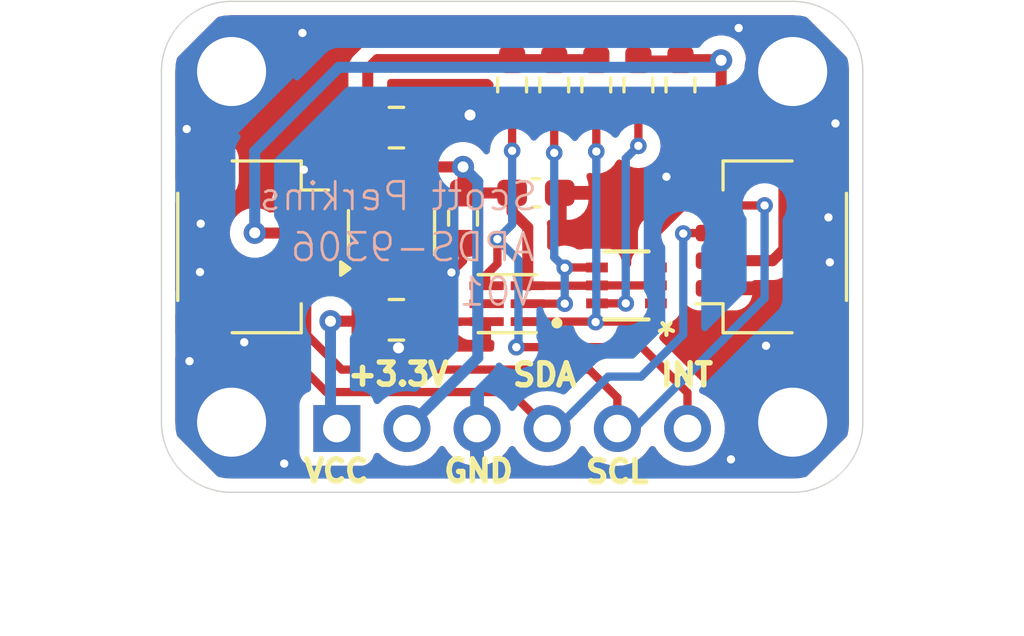
<source format=kicad_pcb>
(kicad_pcb (version 20240108) (generator "pcbnew") (generator_version "8.0")
  (layers (0 "F.Cu" signal) (31 "B.Cu" signal) (34 "B.Paste" user) (35 "F.Paste" user) (36 "B.SilkS" user "B.Silkscreen") (37 "F.SilkS" user "F.Silkscreen") (38 "B.Mask" user) (39 "F.Mask" user) (44 "Edge.Cuts" user))
  (net 0 "")
  (net 1 "VCC")
  (net 2 "GND")
  (net 3 "+3.3V")
  (net 4 "/SDA")
  (net 5 "/SCL_3V")
  (net 6 "/SDA_3V")
  (net 7 "/SCL")
  (net 9 "/INTR")
  (footprint "Capacitor_SMD:C_0603_1608Metric_Pad1.08x0.95mm_HandSolder" (layer "F.Cu") (at 165.9625 83.1342)
    (property "Reference" "C4" (hide yes))
    (property "Value" "1uF")
    (fp_line (start -0.146267 -0.51) (end 0.146267 -0.51) (stroke (width 0.12)) (layer "F.SilkS"))
    (fp_line (start -0.146267 0.51) (end 0.146267 0.51) (stroke (width 0.12)) (layer "F.SilkS"))
    (pad "1" smd roundrect (at -0.8625 0) (size 1.075 0.95) (layers "F.Cu" "F.Paste" "F.Mask") (net 3 "+3.3V"))
    (pad "2" smd roundrect (at 0.8625 0) (size 1.075 0.95) (layers "F.Cu" "F.Paste" "F.Mask") (net 2 "GND"))
  )
  (footprint "Resistor_SMD:R_0603_1608Metric_Pad0.98x0.95mm_HandSolder" (layer "F.Cu") (at 163.322 84.0505 -90)
    (property "Reference" "C3" (hide yes))
    (property "Value" "0.1uF")
    (fp_line (start -0.254724 0.5225) (end 0.254724 0.5225) (stroke (width 0.12)) (layer "F.SilkS"))
    (fp_line (start -0.254724 -0.5225) (end 0.254724 -0.5225) (stroke (width 0.12)) (layer "F.SilkS"))
    (pad "1" smd roundrect (at -0.9125 0 270) (size 0.975 0.95) (layers "F.Cu" "F.Paste" "F.Mask") (net 3 "+3.3V"))
    (pad "2" smd roundrect (at 0.9125 0 270) (size 0.975 0.95) (layers "F.Cu" "F.Paste" "F.Mask") (net 2 "GND"))
  )
  (footprint "perkysoft-commons:SON65P200X200X75-6N" (layer "F.Cu") (at 164.9222 87.1474 180)
    (property "Reference" "U2" (hide yes))
    (property "Value" "APDS-9306-065")
    (fp_line (start -1.05 1.05) (end 1.05 1.05) (stroke (width 0.127)) (layer "F.SilkS"))
    (fp_line (start -1.05 -1.05) (end 1.05 -1.05) (stroke (width 0.127)) (layer "F.SilkS"))
    (fp_circle (center -1.8 -0.7) (end -1.7 -0.7) (stroke (width 0.2)) (fill none) (layer "F.SilkS"))
    (pad "1" smd roundrect (at -0.745 -0.65 180) (size 1.24 0.32) (layers "F.Cu" "F.Paste" "F.Mask") (roundrect_rratio 0.08) (net 5 "/SCL_3V"))
    (pad "2" smd roundrect (at -0.745 0 180) (size 1.24 0.32) (layers "F.Cu" "F.Paste" "F.Mask") (roundrect_rratio 0.08) (net 6 "/SDA_3V"))
    (pad "3" smd roundrect (at -0.745 0.65 180) (size 1.24 0.32) (layers "F.Cu" "F.Paste" "F.Mask") (roundrect_rratio 0.08) (net 3 "+3.3V"))
    (pad "4" smd roundrect (at 0.745 0.65 180) (size 1.24 0.32) (layers "F.Cu" "F.Paste" "F.Mask") (roundrect_rratio 0.08) (net 9 "/INTR"))
    (pad "5" smd roundrect (at 0.745 0 180) (size 1.24 0.32) (layers "F.Cu" "F.Paste" "F.Mask") (roundrect_rratio 0.08))
    (pad "6" smd roundrect (at 0.745 -0.65 180) (size 1.24 0.32) (layers "F.Cu" "F.Paste" "F.Mask") (roundrect_rratio 0.08) (net 2 "GND"))
  )
  (footprint "perkysoft-commons:MountingHole_2.5mm_Pad_Thin" (layer "F.Cu") (at 175.26 78.74)
    (property "Reference" "H1" (hide yes))
    (property "Value" "MountingHole_Pad_MP")
    (pad "1" thru_hole circle (at 0 0) (size 3.5 3.5) (drill 2.5) (layers "*.Cu" "*.Mask") (net 2 "GND") (thermal_bridge_width 5))
  )
  (footprint "Connector_JST:JST_SH_SM04B-SRSS-TB_1x04-1MP_P1.00mm_Horizontal" (layer "F.Cu") (at 155.6766 85.09 -90)
    (property "Reference" "J2" (hide yes))
    (property "Value" "Conn_01x04")
    (fp_line (start -1.94 2.685) (end 1.94 2.685) (stroke (width 0.12)) (layer "F.SilkS"))
    (fp_line (start -3.11 0.715) (end -3.11 -1.785) (stroke (width 0.12)) (layer "F.SilkS"))
    (fp_line (start 3.11 0.715) (end 3.11 -1.785) (stroke (width 0.12)) (layer "F.SilkS"))
    (fp_line (start -3.11 -1.785) (end -2.06 -1.785) (stroke (width 0.12)) (layer "F.SilkS"))
    (fp_line (start -2.06 -1.785) (end -2.06 -2.775) (stroke (width 0.12)) (layer "F.SilkS"))
    (fp_line (start 3.11 -1.785) (end 2.06 -1.785) (stroke (width 0.12)) (layer "F.SilkS"))
    (pad "1" smd roundrect (at -1.5 -2 270) (size 0.6 1.55) (layers "F.Cu" "F.Paste" "F.Mask") (net 2 "GND"))
    (pad "2" smd roundrect (at -0.5 -2 270) (size 0.6 1.55) (layers "F.Cu" "F.Paste" "F.Mask") (net 1 "VCC"))
    (pad "3" smd roundrect (at 0.5 -2 270) (size 0.6 1.55) (layers "F.Cu" "F.Paste" "F.Mask") (net 4 "/SDA"))
    (pad "4" smd roundrect (at 1.5 -2 270) (size 0.6 1.55) (layers "F.Cu" "F.Paste" "F.Mask") (net 7 "/SCL"))
    (pad "MP" smd roundrect (at -2.8 1.875 270) (size 1.2 1.8) (layers "F.Cu" "F.Paste" "F.Mask") (roundrect_rratio 0.208333))
    (pad "MP" smd roundrect (at 2.8 1.875 270) (size 1.2 1.8) (layers "F.Cu" "F.Paste" "F.Mask") (roundrect_rratio 0.208333))
  )
  (footprint "Resistor_SMD:R_0603_1608Metric_Pad0.98x0.95mm_HandSolder" (layer "F.Cu") (at 171.196 79.2226 -90)
    (property "Reference" "R2" (hide yes))
    (property "Value" "10K")
    (fp_line (start -0.254724 0.5225) (end 0.254724 0.5225) (stroke (width 0.12)) (layer "F.SilkS"))
    (fp_line (start -0.254724 -0.5225) (end 0.254724 -0.5225) (stroke (width 0.12)) (layer "F.SilkS"))
    (pad "1" smd roundrect (at -0.9125 0 270) (size 0.975 0.95) (layers "F.Cu" "F.Paste" "F.Mask") (net 1 "VCC"))
    (pad "2" smd roundrect (at 0.9125 0 270) (size 0.975 0.95) (layers "F.Cu" "F.Paste" "F.Mask") (net 7 "/SCL"))
  )
  (footprint "perkysoft-commons:SC-88_SOT363_NEX" (layer "F.Cu") (at 169.2402 86.487 180)
    (property "Reference" "Q1" (hide yes))
    (property "Value" "BSS138PS_115")
    (fp_line (start 0.8001 -1.2319) (end -0.8001 -1.2319) (stroke (width 0.1524)) (layer "F.SilkS"))
    (fp_line (start -0.8001 1.2319) (end 0.8001 1.2319) (stroke (width 0.1524)) (layer "F.SilkS"))
    (fp_text user "*" (at -1.4478 -1.2446 180) (layer "F.SilkS"))
    (pad "1" smd rect (at -1.0668 -0.649999 180) (size 0.7874 0.3556) (layers "F.Cu" "F.Paste" "F.Mask") (net 5 "/SCL_3V"))
    (pad "2" smd rect (at -1.0668 0 180) (size 0.7874 0.3556) (layers "F.Cu" "F.Paste" "F.Mask") (net 3 "+3.3V"))
    (pad "3" smd rect (at -1.0668 0.649999 180) (size 0.7874 0.3556) (layers "F.Cu" "F.Paste" "F.Mask") (net 7 "/SCL"))
    (pad "4" smd rect (at 1.0668 0.649999 180) (size 0.7874 0.3556) (layers "F.Cu" "F.Paste" "F.Mask") (net 6 "/SDA_3V"))
    (pad "5" smd rect (at 1.0668 0 180) (size 0.7874 0.3556) (layers "F.Cu" "F.Paste" "F.Mask") (net 3 "+3.3V"))
    (pad "6" smd rect (at 1.0668 -0.649999 180) (size 0.7874 0.3556) (layers "F.Cu" "F.Paste" "F.Mask") (net 4 "/SDA"))
  )
  (footprint "Capacitor_SMD:C_0805_2012Metric_Pad1.18x1.45mm_HandSolder" (layer "F.Cu") (at 160.909 87.7316)
    (property "Reference" "C1" (hide yes))
    (property "Value" "10uF")
    (fp_line (start -0.261252 -0.735) (end 0.261252 -0.735) (stroke (width 0.12)) (layer "F.SilkS"))
    (fp_line (start -0.261252 0.735) (end 0.261252 0.735) (stroke (width 0.12)) (layer "F.SilkS"))
    (pad "1" smd roundrect (at -1.0375 0) (size 1.175 1.45) (layers "F.Cu" "F.Paste" "F.Mask") (roundrect_rratio 0.212766) (net 1 "VCC"))
    (pad "2" smd roundrect (at 1.0375 0) (size 1.175 1.45) (layers "F.Cu" "F.Paste" "F.Mask") (roundrect_rratio 0.212766) (net 2 "GND"))
  )
  (footprint "Connector_JST:JST_SH_SM04B-SRSS-TB_1x04-1MP_P1.00mm_Horizontal" (layer "F.Cu") (at 174.5234 85.09 90)
    (property "Reference" "J3" (hide yes))
    (property "Value" "Conn_01x04")
    (fp_line (start 3.11 -1.785) (end 2.06 -1.785) (stroke (width 0.12)) (layer "F.SilkS"))
    (fp_line (start -2.06 -1.785) (end -2.06 -2.775) (stroke (width 0.12)) (layer "F.SilkS"))
    (fp_line (start -3.11 -1.785) (end -2.06 -1.785) (stroke (width 0.12)) (layer "F.SilkS"))
    (fp_line (start 3.11 0.715) (end 3.11 -1.785) (stroke (width 0.12)) (layer "F.SilkS"))
    (fp_line (start -3.11 0.715) (end -3.11 -1.785) (stroke (width 0.12)) (layer "F.SilkS"))
    (fp_line (start -1.94 2.685) (end 1.94 2.685) (stroke (width 0.12)) (layer "F.SilkS"))
    (pad "1" smd roundrect (at -1.5 -2 90) (size 0.6 1.55) (layers "F.Cu" "F.Paste" "F.Mask") (net 2 "GND"))
    (pad "2" smd roundrect (at -0.5 -2 90) (size 0.6 1.55) (layers "F.Cu" "F.Paste" "F.Mask") (net 1 "VCC"))
    (pad "3" smd roundrect (at 0.5 -2 90) (size 0.6 1.55) (layers "F.Cu" "F.Paste" "F.Mask") (net 4 "/SDA"))
    (pad "4" smd roundrect (at 1.5 -2 90) (size 0.6 1.55) (layers "F.Cu" "F.Paste" "F.Mask") (net 7 "/SCL"))
    (pad "MP" smd roundrect (at -2.8 1.875 90) (size 1.2 1.8) (layers "F.Cu" "F.Paste" "F.Mask") (roundrect_rratio 0.208333))
    (pad "MP" smd roundrect (at 2.8 1.875 90) (size 1.2 1.8) (layers "F.Cu" "F.Paste" "F.Mask") (roundrect_rratio 0.208333))
  )
  (footprint "Resistor_SMD:R_0603_1608Metric_Pad0.98x0.95mm_HandSolder" (layer "F.Cu") (at 165.1 79.2226 -90)
    (property "Reference" "R5" (hide yes))
    (property "Value" "10K")
    (fp_line (start -0.254724 0.5225) (end 0.254724 0.5225) (stroke (width 0.12)) (layer "F.SilkS"))
    (fp_line (start -0.254724 -0.5225) (end 0.254724 -0.5225) (stroke (width 0.12)) (layer "F.SilkS"))
    (pad "1" smd roundrect (at -0.9125 0 270) (size 0.975 0.95) (layers "F.Cu" "F.Paste" "F.Mask") (net 3 "+3.3V"))
    (pad "2" smd roundrect (at 0.9125 0 270) (size 0.975 0.95) (layers "F.Cu" "F.Paste" "F.Mask") (net 9 "/INTR"))
  )
  (footprint "perkysoft-commons:MountingHole_2.5mm_Pad_Thin" (layer "F.Cu") (at 154.94 91.44)
    (property "Reference" "H4" (hide yes))
    (property "Value" "MountingHole_Pad_MP")
    (pad "1" thru_hole circle (at 0 0) (size 3.5 3.5) (drill 2.5) (layers "*.Cu" "*.Mask") (net 2 "GND") (thermal_bridge_width 5))
  )
  (footprint "perkysoft-commons:MountingHole_2.5mm_Pad_Thin" (layer "F.Cu") (at 175.26 91.44)
    (property "Reference" "H3" (hide yes))
    (property "Value" "MountingHole_Pad_MP")
    (pad "1" thru_hole circle (at 0 0) (size 3.5 3.5) (drill 2.5) (layers "*.Cu" "*.Mask") (net 2 "GND") (thermal_bridge_width 5))
  )
  (footprint "Resistor_SMD:R_0603_1608Metric_Pad0.98x0.95mm_HandSolder" (layer "F.Cu") (at 166.624 79.2226 -90)
    (property "Reference" "R4" (hide yes))
    (property "Value" "10K")
    (fp_line (start -0.254724 0.5225) (end 0.254724 0.5225) (stroke (width 0.12)) (layer "F.SilkS"))
    (fp_line (start -0.254724 -0.5225) (end 0.254724 -0.5225) (stroke (width 0.12)) (layer "F.SilkS"))
    (pad "1" smd roundrect (at -0.9125 0 270) (size 0.975 0.95) (layers "F.Cu" "F.Paste" "F.Mask") (net 3 "+3.3V"))
    (pad "2" smd roundrect (at 0.9125 0 270) (size 0.975 0.95) (layers "F.Cu" "F.Paste" "F.Mask") (net 6 "/SDA_3V"))
  )
  (footprint "Resistor_SMD:R_0603_1608Metric_Pad0.98x0.95mm_HandSolder" (layer "F.Cu") (at 169.672 79.2226 -90)
    (property "Reference" "R1" (hide yes))
    (property "Value" "10K")
    (fp_line (start -0.254724 0.5225) (end 0.254724 0.5225) (stroke (width 0.12)) (layer "F.SilkS"))
    (fp_line (start -0.254724 -0.5225) (end 0.254724 -0.5225) (stroke (width 0.12)) (layer "F.SilkS"))
    (pad "1" smd roundrect (at -0.9125 0 270) (size 0.975 0.95) (layers "F.Cu" "F.Paste" "F.Mask") (net 1 "VCC"))
    (pad "2" smd roundrect (at 0.9125 0 270) (size 0.975 0.95) (layers "F.Cu" "F.Paste" "F.Mask") (net 4 "/SDA"))
  )
  (footprint "Capacitor_SMD:C_0805_2012Metric_Pad1.18x1.45mm_HandSolder" (layer "F.Cu") (at 160.909 80.772)
    (property "Reference" "C2" (hide yes))
    (property "Value" "10uF")
    (fp_line (start -0.261252 -0.735) (end 0.261252 -0.735) (stroke (width 0.12)) (layer "F.SilkS"))
    (fp_line (start -0.261252 0.735) (end 0.261252 0.735) (stroke (width 0.12)) (layer "F.SilkS"))
    (pad "1" smd roundrect (at -1.0375 0) (size 1.175 1.45) (layers "F.Cu" "F.Paste" "F.Mask") (roundrect_rratio 0.212766) (net 3 "+3.3V"))
    (pad "2" smd roundrect (at 1.0375 0) (size 1.175 1.45) (layers "F.Cu" "F.Paste" "F.Mask") (roundrect_rratio 0.212766) (net 2 "GND"))
  )
  (footprint "Package_TO_SOT_SMD:SOT-23-5" (layer "F.Cu") (at 160.7312 84.5765 90)
    (property "Reference" "U1" (hide yes))
    (property "Value" "AP2112K-3.3")
    (fp_line (start 0 -1.56) (end 0.8 -1.56) (stroke (width 0.12)) (layer "F.SilkS"))
    (fp_line (start 0 -1.56) (end -0.8 -1.56) (stroke (width 0.12)) (layer "F.SilkS"))
    (fp_line (start 0 1.56) (end 0.8 1.56) (stroke (width 0.12)) (layer "F.SilkS"))
    (fp_line (start 0 1.56) (end -0.8 1.56) (stroke (width 0.12)) (layer "F.SilkS"))
    (fp_poly (pts (xy -1.3 -1.51) (xy -1.54 -1.84) (xy -1.06 -1.84) (xy -1.3 -1.51)) (stroke (width 0.12)) (fill solid) (layer "F.SilkS"))
    (pad "1" smd roundrect (at -1.1375 -0.95 90) (size 1.325 0.6) (layers "F.Cu" "F.Paste" "F.Mask") (net 1 "VCC"))
    (pad "2" smd roundrect (at -1.1375 0 90) (size 1.325 0.6) (layers "F.Cu" "F.Paste" "F.Mask") (net 2 "GND"))
    (pad "3" smd roundrect (at -1.1375 0.95 90) (size 1.325 0.6) (layers "F.Cu" "F.Paste" "F.Mask") (net 1 "VCC"))
    (pad "4" smd roundrect (at 1.1375 0.95 90) (size 1.325 0.6) (layers "F.Cu" "F.Paste" "F.Mask"))
    (pad "5" smd roundrect (at 1.1375 -0.95 90) (size 1.325 0.6) (layers "F.Cu" "F.Paste" "F.Mask") (net 3 "+3.3V"))
  )
  (footprint "Resistor_SMD:R_0603_1608Metric_Pad0.98x0.95mm_HandSolder" (layer "F.Cu") (at 168.148 79.2226 -90)
    (property "Reference" "R3" (hide yes))
    (property "Value" "10K")
    (fp_line (start -0.254724 0.5225) (end 0.254724 0.5225) (stroke (width 0.12)) (layer "F.SilkS"))
    (fp_line (start -0.254724 -0.5225) (end 0.254724 -0.5225) (stroke (width 0.12)) (layer "F.SilkS"))
    (pad "1" smd roundrect (at -0.9125 0 270) (size 0.975 0.95) (layers "F.Cu" "F.Paste" "F.Mask") (net 3 "+3.3V"))
    (pad "2" smd roundrect (at 0.9125 0 270) (size 0.975 0.95) (layers "F.Cu" "F.Paste" "F.Mask") (net 5 "/SCL_3V"))
  )
  (footprint "perkysoft-commons:MountingHole_2.5mm_Pad_Thin" (layer "F.Cu") (at 154.94 78.74)
    (property "Reference" "H2" (hide yes))
    (property "Value" "MountingHole_Pad_MP")
    (pad "1" thru_hole circle (at 0 0) (size 3.5 3.5) (drill 2.5) (layers "*.Cu" "*.Mask") (net 2 "GND") (thermal_bridge_width 5))
  )
  (footprint "Connector_PinSocket_2.54mm:PinSocket_1x06_P2.54mm_Vertical" (layer "F.Cu") (at 158.75 91.669 90)
    (property "Reference" "J1" (hide yes))
    (property "Value" "Conn_01x06_Socket")
    (pad "1" thru_hole rect (at 0 0 90) (size 1.7 1.7) (drill 1) (layers "*.Cu" "*.Mask") (net 1 "VCC"))
    (pad "2" thru_hole oval (at 0 2.54 90) (size 1.7 1.7) (drill 1) (layers "*.Cu" "*.Mask") (net 3 "+3.3V"))
    (pad "3" thru_hole oval (at 0 5.08 90) (size 1.7 1.7) (drill 1) (layers "*.Cu" "*.Mask") (net 2 "GND"))
    (pad "4" thru_hole oval (at 0 7.62 90) (size 1.7 1.7) (drill 1) (layers "*.Cu" "*.Mask") (net 4 "/SDA"))
    (pad "5" thru_hole oval (at 0 10.16 90) (size 1.7 1.7) (drill 1) (layers "*.Cu" "*.Mask") (net 7 "/SCL"))
    (pad "6" thru_hole oval (at 0 12.7 90) (size 1.7 1.7) (drill 1) (layers "*.Cu" "*.Mask") (net 9 "/INTR"))
  )
  (gr_arc (start 177.8 91.44) (mid 177.056051 93.236051) (end 175.26 93.98) (stroke (width 0.05)) (layer "Edge.Cuts"))
  (gr_line (start 154.94 93.98) (end 175.26 93.98) (stroke (width 0.05)) (layer "Edge.Cuts"))
  (gr_line (start 152.4 78.74) (end 152.4 91.44) (stroke (width 0.05)) (layer "Edge.Cuts"))
  (gr_arc (start 154.94 93.98) (mid 153.143949 93.236051) (end 152.4 91.44) (stroke (width 0.05)) (layer "Edge.Cuts"))
  (gr_arc (start 152.4 78.74) (mid 153.143949 76.943949) (end 154.94 76.2) (stroke (width 0.05)) (layer "Edge.Cuts"))
  (gr_line (start 177.8 78.74) (end 177.8 91.44) (stroke (width 0.05)) (layer "Edge.Cuts"))
  (gr_line (start 154.94 76.2) (end 175.26 76.2) (stroke (width 0.05)) (layer "Edge.Cuts"))
  (gr_arc (start 175.26 76.2) (mid 177.056051 76.943949) (end 177.8 78.74) (stroke (width 0.05)) (layer "Edge.Cuts"))
  (gr_text "APDS-9306\nV01" (at 165.989 87.2998 0) (layer "B.SilkS") (effects (font (size 1 1) (thickness 0.1)) (justify left bottom mirror)))
  (gr_text "Scott Perkins" (at 166.0906 83.8454 0) (layer "B.SilkS") (effects (font (size 1 1) (thickness 0.1)) (justify left bottom mirror)))
  (gr_text "SDA" (at 165.0238 90.1954 0) (layer "F.SilkS") (effects (font (size 0.8 0.8) (thickness 0.2) (bold yes)) (justify left bottom)))
  (gr_text "VCC" (at 157.4546 93.6752 0) (layer "F.SilkS") (effects (font (size 0.8 0.8) (thickness 0.2) (bold yes)) (justify left bottom)))
  (gr_text "INT" (at 170.3832 90.1954 0) (layer "F.SilkS") (effects (font (size 0.8 0.8) (thickness 0.2) (bold yes)) (justify left bottom)))
  (gr_text "GND" (at 162.5346 93.6752 0) (layer "F.SilkS") (effects (font (size 0.8 0.8) (thickness 0.2) (bold yes)) (justify left bottom)))
  (gr_text "+3.3V" (at 159.0548 90.17 0) (layer "F.SilkS") (effects (font (size 0.8 0.8) (thickness 0.2) (bold yes)) (justify left bottom)))
  (gr_text "SCL\n" (at 167.6654 93.7006 0) (layer "F.SilkS") (effects (font (size 0.8 0.8) (thickness 0.2) (bold yes)) (justify left bottom)))
  (segment (start 159.6644 84.59) (end 161.3488 84.59) (width 0.4) (layer "F.Cu") (net 1))
  (segment (start 172.6692 78.3336) (end 172.6692 80.01) (width 0.4) (layer "F.Cu") (net 1))
  (segment (start 161.6812 84.9224) (end 161.6812 85.714) (width 0.4) (layer "F.Cu") (net 1))
  (segment (start 169.672 78.3101) (end 171.196 78.3101) (width 0.3) (layer "F.Cu") (net 1))
  (segment (start 159.7812 84.7068) (end 159.6644 84.59) (width 0.4) (layer "F.Cu") (net 1))
  (segment (start 155.7862 84.59) (end 155.7782 84.582) (width 0.4) (layer "F.Cu") (net 1))
  (segment (start 157.6766 84.59) (end 155.7862 84.59) (width 0.4) (layer "F.Cu") (net 1))
  (segment (start 172.6692 78.3336) (end 172.6457 78.3101) (width 0.4) (layer "F.Cu") (net 1))
  (segment (start 174.9426 85.1788) (end 174.9426 82.2834) (width 0.4) (layer "F.Cu") (net 1))
  (segment (start 157.6766 84.59) (end 159.6644 84.59) (width 0.4) (layer "F.Cu") (net 1))
  (segment (start 159.8207 87.7824) (end 159.8715 87.7316) (width 0.4) (layer "F.Cu") (net 1))
  (segment (start 174.5314 85.59) (end 174.9426 85.1788) (width 0.4) (layer "F.Cu") (net 1))
  (segment (start 174.9426 82.2834) (end 172.6692 80.01) (width 0.4) (layer "F.Cu") (net 1))
  (segment (start 161.3488 84.59) (end 161.6812 84.9224) (width 0.4) (layer "F.Cu") (net 1))
  (segment (start 158.5214 87.7824) (end 159.8207 87.7824) (width 0.4) (layer "F.Cu") (net 1))
  (segment (start 159.7812 85.714) (end 159.7812 84.7068) (width 0.4) (layer "F.Cu") (net 1))
  (segment (start 172.6457 78.3101) (end 171.196 78.3101) (width 0.4) (layer "F.Cu") (net 1))
  (segment (start 159.7812 85.714) (end 159.7812 87.6413) (width 0.4) (layer "F.Cu") (net 1))
  (segment (start 159.7812 87.6413) (end 159.8715 87.7316) (width 0.4) (layer "F.Cu") (net 1))
  (segment (start 174.5314 85.59) (end 172.5234 85.59) (width 0.4) (layer "F.Cu") (net 1))
  (segment (start 158.5722 87.7316) (end 158.5214 87.7824) (width 0.4) (layer "F.Cu") (net 1))
  (via (at 158.5214 87.7824) (size 0.8) (drill 0.4) (layers "F.Cu" "B.Cu") (net 1))
  (via (at 172.6692 78.3336) (size 0.8) (drill 0.4) (layers "F.Cu" "B.Cu") (net 1))
  (via (at 155.7782 84.582) (size 0.8) (drill 0.4) (layers "F.Cu" "B.Cu") (net 1))
  (segment (start 155.7782 81.6356) (end 155.7782 84.582) (width 0.4) (layer "B.Cu") (net 1))
  (segment (start 158.5214 91.4404) (end 158.75 91.669) (width 0.4) (layer "B.Cu") (net 1))
  (segment (start 172.4152 78.5876) (end 158.8262 78.5876) (width 0.4) (layer "B.Cu") (net 1))
  (segment (start 172.6692 78.3336) (end 172.4152 78.5876) (width 0.4) (layer "B.Cu") (net 1))
  (segment (start 158.8262 78.5876) (end 155.7782 81.6356) (width 0.4) (layer "B.Cu") (net 1))
  (segment (start 158.5214 87.7824) (end 158.5214 91.4404) (width 0.4) (layer "B.Cu") (net 1))
  (segment (start 157.6766 83.59) (end 157.5562 83.4696) (width 0.3) (layer "F.Cu") (net 2))
  (segment (start 160.7312 86.5163) (end 160.7312 85.714) (width 0.3) (layer "F.Cu") (net 2))
  (segment (start 161.9465 87.7316) (end 160.7312 86.5163) (width 0.3) (layer "F.Cu") (net 2))
  (segment (start 164.1772 87.7974) (end 162.0123 87.7974) (width 0.3) (layer "F.Cu") (net 2))
  (segment (start 162.7632 86.0171) (end 161.9465 86.8338) (width 0.3) (layer "F.Cu") (net 2))
  (segment (start 161.9465 80.772) (end 161.8742 80.6997) (width 0.3) (layer "F.Cu") (net 2))
  (segment (start 162.9029 86.0171) (end 162.7632 86.0171) (width 0.3) (layer "F.Cu") (net 2))
  (segment (start 163.1188 80.772) (end 163.576 80.3148) (width 0.3) (layer "F.Cu") (net 2))
  (segment (start 163.322 85.598) (end 163.322 84.963) (width 0.3) (layer "F.Cu") (net 2))
  (segment (start 161.9211 87.757) (end 161.7726 87.757) (width 0.3) (layer "F.Cu") (net 2))
  (segment (start 161.9465 87.7316) (end 161.9465 87.7863) (width 0.3) (layer "F.Cu") (net 2))
  (segment (start 157.5562 83.4696) (end 157.5562 82.296) (width 0.3) (layer "F.Cu") (net 2))
  (segment (start 161.9465 80.772) (end 163.1188 80.772) (width 0.3) (layer "F.Cu") (net 2))
  (segment (start 161.9465 86.8338) (end 161.9465 87.7316) (width 0.3) (layer "F.Cu") (net 2))
  (segment (start 161.9465 87.7316) (end 161.9211 87.757) (width 0.3) (layer "F.Cu") (net 2))
  (segment (start 161.9465 87.7863) (end 160.9852 88.7476) (width 0.3) (layer "F.Cu") (net 2))
  (segment (start 162.9029 86.0171) (end 163.322 85.598) (width 0.3) (layer "F.Cu") (net 2))
  (segment (start 162.0123 87.7974) (end 161.9465 87.7316) (width 0.3) (layer "F.Cu") (net 2))
  (via (at 153.3144 80.8228) (size 0.6) (drill 0.3) (layers "F.Cu" "B.Cu") (net 2))
  (via (at 153.416 89.2302) (size 0.6) (drill 0.3) (layers "F.Cu" "B.Cu") (net 2))
  (via (at 163.576 80.3148) (size 0.8) (drill 0.4) (layers "F.Cu" "B.Cu") (net 2))
  (via (at 156.845 92.9386) (size 0.6) (drill 0.3) (layers "F.Cu" "B.Cu") (net 2))
  (via (at 173.3042 77.1652) (size 0.6) (drill 0.3) (layers "F.Cu" "B.Cu") (net 2))
  (via (at 176.6062 85.6488) (size 0.6) (drill 0.3) (layers "F.Cu" "B.Cu") (net 2))
  (via (at 176.8094 80.6196) (size 0.6) (drill 0.3) (layers "F.Cu" "B.Cu") (net 2))
  (via (at 162.9029 86.0171) (size 0.6) (drill 0.3) (layers "F.Cu" "B.Cu") (net 2))
  (via (at 170.688 82.55) (size 0.6) (drill 0.3) (layers "F.Cu" "B.Cu") (net 2))
  (via (at 174.2948 88.6714) (size 0.6) (drill 0.3) (layers "F.Cu" "B.Cu") (net 2))
  (via (at 176.5554 84.0232) (size 0.6) (drill 0.3) (layers "F.Cu" "B.Cu") (net 2))
  (via (at 157.5054 77.343) (size 0.6) (drill 0.3) (layers "F.Cu" "B.Cu") (net 2))
  (via (at 153.8224 84.2518) (size 0.6) (drill 0.3) (layers "F.Cu" "B.Cu") (net 2))
  (via (at 155.3972 88.5444) (size 0.6) (drill 0.3) (layers "F.Cu" "B.Cu") (net 2))
  (via (at 173.0248 92.7862) (size 0.6) (drill 0.3) (layers "F.Cu" "B.Cu") (net 2))
  (via (at 157.5562 82.296) (size 0.6) (drill 0.3) (layers "F.Cu" "B.Cu") (net 2))
  (via (at 153.797 86.0044) (size 0.6) (drill 0.3) (layers "F.Cu" "B.Cu") (net 2))
  (via (at 160.9852 88.7476) (size 0.8) (drill 0.4) (layers "F.Cu" "B.Cu") (net 2))
  (segment (start 159.7812 83.439) (end 159.7812 82.1944) (width 0.4) (layer "F.Cu") (net 3))
  (segment (start 165.0962 83.138) (end 165.1 83.1342) (width 0.4) (layer "F.Cu") (net 3))
  (segment (start 166.624 78.3101) (end 168.148 78.3101) (width 0.4) (layer "F.Cu") (net 3))
  (segment (start 165.1 83.1342) (end 165.1 83.82) (width 0.4) (layer "F.Cu") (net 3))
  (segment (start 159.8715 78.6599) (end 159.8715 80.772) (width 0.4) (layer "F.Cu") (net 3))
  (segment (start 165.1 83.82) (end 165.6672 84.3872) (width 0.4) (layer "F.Cu") (net 3))
  (segment (start 160.2232 78.3082) (end 159.8715 78.6599) (width 0.4) (layer "F.Cu") (net 3))
  (segment (start 163.322 82.1944) (end 159.7812 82.1944) (width 0.4) (layer "F.Cu") (net 3))
  (segment (start 159.7812 80.8623) (end 159.8715 80.772) (width 0.4) (layer "F.Cu") (net 3))
  (segment (start 165.6672 86.4974) (end 168.163 86.4974) (width 0.3) (layer "F.Cu") (net 3))
  (segment (start 168.163 86.4974) (end 168.1734 86.487) (width 0.3) (layer "F.Cu") (net 3))
  (segment (start 165.6672 84.3872) (end 165.6672 86.4974) (width 0.4) (layer "F.Cu") (net 3))
  (segment (start 165.1 78.3101) (end 166.624 78.3101) (width 0.4) (layer "F.Cu") (net 3))
  (segment (start 163.322 83.138) (end 165.0962 83.138) (width 0.4) (layer "F.Cu") (net 3))
  (segment (start 163.322 83.138) (end 163.322 82.1944) (width 0.4) (layer "F.Cu") (net 3))
  (segment (start 168.1734 86.487) (end 170.307 86.487) (width 0.3) (layer "F.Cu") (net 3))
  (segment (start 165.0981 78.3082) (end 160.2232 78.3082) (width 0.4) (layer "F.Cu") (net 3))
  (segment (start 165.1 78.3101) (end 165.0981 78.3082) (width 0.4) (layer "F.Cu") (net 3))
  (segment (start 159.7812 83.439) (end 159.8168 83.4034) (width 0.4) (layer "F.Cu") (net 3))
  (segment (start 159.7812 82.1944) (end 159.7812 80.8623) (width 0.4) (layer "F.Cu") (net 3))
  (via (at 163.322 82.1944) (size 0.8) (drill 0.4) (layers "F.Cu" "B.Cu") (net 3))
  (segment (start 163.8554 89.1036) (end 161.29 91.669) (width 0.4) (layer "B.Cu") (net 3))
  (segment (start 163.8554 82.7278) (end 163.8554 89.1036) (width 0.4) (layer "B.Cu") (net 3))
  (segment (start 163.322 82.1944) (end 163.8554 82.7278) (width 0.4) (layer "B.Cu") (net 3))
  (segment (start 158.369 90.3478) (end 165.0488 90.3478) (width 0.3) (layer "F.Cu") (net 4))
  (segment (start 155.7782 87.757) (end 158.369 90.3478) (width 0.3) (layer "F.Cu") (net 4))
  (segment (start 157.6766 85.59) (end 156.3958 85.59) (width 0.3) (layer "F.Cu") (net 4))
  (segment (start 165.0488 90.3478) (end 166.37 91.669) (width 0.3) (layer "F.Cu") (net 4))
  (segment (start 169.214799 87.136999) (end 168.1734 87.136999) (width 0.3) (layer "F.Cu") (net 4))
  (segment (start 172.5234 84.59) (end 171.315 84.59) (width 0.3) (layer "F.Cu") (net 4))
  (segment (start 155.7782 86.2076) (end 155.7782 87.757) (width 0.3) (layer "F.Cu") (net 4))
  (segment (start 169.672 81.4324) (end 169.672 80.1351) (width 0.3) (layer "F.Cu") (net 4))
  (segment (start 171.315 84.59) (end 171.2976 84.6074) (width 0.3) (layer "F.Cu") (net 4))
  (segment (start 169.2148 87.137) (end 169.214799 87.136999) (width 0.3) (layer "F.Cu") (net 4))
  (segment (start 156.3958 85.59) (end 155.7782 86.2076) (width 0.3) (layer "F.Cu") (net 4))
  (via (at 171.2976 84.6074) (size 0.6) (drill 0.3) (layers "F.Cu" "B.Cu") (net 4))
  (via (at 169.672 81.4324) (size 0.6) (drill 0.3) (layers "F.Cu" "B.Cu") (net 4))
  (via (at 169.2148 87.137) (size 0.6) (drill 0.3) (layers "F.Cu" "B.Cu") (net 4))
  (segment (start 166.37 91.669) (end 166.6998 91.669) (width 0.3) (layer "B.Cu") (net 4))
  (segment (start 169.2148 87.137) (end 169.2148 81.8896) (width 0.3) (layer "B.Cu") (net 4))
  (segment (start 171.2976 88.265) (end 171.2976 84.6074) (width 0.3) (layer "B.Cu") (net 4))
  (segment (start 168.5798 89.789) (end 169.7736 89.789) (width 0.3) (layer "B.Cu") (net 4))
  (segment (start 169.2148 81.8896) (end 169.672 81.4324) (width 0.3) (layer "B.Cu") (net 4))
  (segment (start 169.7736 89.789) (end 171.2976 88.265) (width 0.3) (layer "B.Cu") (net 4))
  (segment (start 166.6998 91.669) (end 168.5798 89.789) (width 0.3) (layer "B.Cu") (net 4))
  (segment (start 165.6672 87.7974) (end 170.038 87.7974) (width 0.3) (layer "F.Cu") (net 5))
  (segment (start 168.148 80.1351) (end 168.148 81.6356) (width 0.3) (layer "F.Cu") (net 5))
  (segment (start 170.307 87.5284) (end 170.307 87.136999) (width 0.3) (layer "F.Cu") (net 5))
  (segment (start 170.038 87.7974) (end 170.307 87.5284) (width 0.3) (layer "F.Cu") (net 5))
  (via (at 168.1226 87.814801) (size 0.6) (drill 0.3) (layers "F.Cu" "B.Cu") (net 5))
  (via (at 168.148 81.6356) (size 0.6) (drill 0.3) (layers "F.Cu" "B.Cu") (net 5))
  (segment (start 168.148 81.6356) (end 168.148 87.789401) (width 0.3) (layer "B.Cu") (net 5))
  (segment (start 168.148 87.789401) (end 168.1226 87.814801) (width 0.3) (layer "B.Cu") (net 5))
  (segment (start 168.1734 85.837001) (end 167.015399 85.837001) (width 0.3) (layer "F.Cu") (net 6))
  (segment (start 166.624 81.6864) (end 166.624 80.1351) (width 0.3) (layer "F.Cu") (net 6))
  (segment (start 167.015399 85.837001) (end 167.005 85.8474) (width 0.3) (layer "F.Cu") (net 6))
  (segment (start 165.6672 87.1474) (end 167.005 87.1474) (width 0.3) (layer "F.Cu") (net 6))
  (via (at 167.005 87.1474) (size 0.6) (drill 0.3) (layers "F.Cu" "B.Cu") (net 6))
  (via (at 166.624 81.6864) (size 0.6) (drill 0.3) (layers "F.Cu" "B.Cu") (net 6))
  (via (at 167.005 85.8474) (size 0.6) (drill 0.3) (layers "F.Cu" "B.Cu") (net 6))
  (segment (start 166.624 81.6864) (end 166.624 85.4664) (width 0.3) (layer "B.Cu") (net 6))
  (segment (start 167.005 85.8474) (end 167.005 87.1474) (width 0.3) (layer "B.Cu") (net 6))
  (segment (start 166.624 85.4664) (end 167.005 85.8474) (width 0.3) (layer "B.Cu") (net 6))
  (segment (start 157.6766 88.2838) (end 158.9278 89.535) (width 0.3) (layer "F.Cu") (net 7))
  (segment (start 157.6766 86.59) (end 157.6766 88.2838) (width 0.3) (layer "F.Cu") (net 7))
  (segment (start 167.894 89.535) (end 168.91 90.551) (width 0.3) (layer "F.Cu") (net 7))
  (segment (start 170.307 84.6074) (end 170.307 85.837001) (width 0.3) (layer "F.Cu") (net 7))
  (segment (start 172.5234 83.59) (end 171.3244 83.59) (width 0.3) (layer "F.Cu") (net 7))
  (segment (start 174.2426 83.59) (end 172.5234 83.59) (width 0.3) (layer "F.Cu") (net 7))
  (segment (start 172.5234 83.59) (end 172.5234 82.074) (width 0.3) (layer "F.Cu") (net 7))
  (segment (start 158.9278 89.535) (end 167.894 89.535) (width 0.3) (layer "F.Cu") (net 7))
  (segment (start 171.196 80.7466) (end 171.196 80.1351) (width 0.3) (layer "F.Cu") (net 7))
  (segment (start 172.5234 82.074) (end 171.196 80.7466) (width 0.3) (layer "F.Cu") (net 7))
  (segment (start 171.3244 83.59) (end 170.307 84.6074) (width 0.3) (layer "F.Cu") (net 7))
  (segment (start 168.91 90.551) (end 168.91 91.669) (width 0.3) (layer "F.Cu") (net 7))
  (via (at 174.2426 83.59) (size 0.6) (drill 0.3) (layers "F.Cu" "B.Cu") (net 7))
  (segment (start 174.2426 83.59) (end 174.2426 86.9456) (width 0.3) (layer "B.Cu") (net 7))
  (segment (start 169.5192 91.669) (end 168.91 91.669) (width 0.3) (layer "B.Cu") (net 7))
  (segment (start 174.2426 86.9456) (end 169.5192 91.669) (width 0.3) (layer "B.Cu") (net 7))
  (segment (start 165.2524 88.7222) (end 169.799 88.7222) (width 0.3) (layer "F.Cu") (net 9))
  (segment (start 169.799 88.7222) (end 171.45 90.3732) (width 0.3) (layer "F.Cu") (net 9))
  (segment (start 164.5666 85.6996) (end 164.1602 86.106) (width 0.3) (layer "F.Cu") (net 9))
  (segment (start 165.1 80.1351) (end 165.1 81.6102) (width 0.3) (layer "F.Cu") (net 9))
  (segment (start 164.1602 86.106) (end 164.1602 86.4804) (width 0.3) (layer "F.Cu") (net 9))
  (segment (start 164.5666 84.8106) (end 164.5666 85.6996) (width 0.3) (layer "F.Cu") (net 9))
  (segment (start 164.1602 86.4804) (end 164.1772 86.4974) (width 0.3) (layer "F.Cu") (net 9))
  (segment (start 171.45 90.3732) (end 171.45 91.669) (width 0.3) (layer "F.Cu") (net 9))
  (via (at 164.5666 84.8106) (size 0.6) (drill 0.3) (layers "F.Cu" "B.Cu") (net 9))
  (via (at 165.2524 88.7222) (size 0.6) (drill 0.3) (layers "F.Cu" "B.Cu") (net 9))
  (via (at 165.1 81.6102) (size 0.6) (drill 0.3) (layers "F.Cu" "B.Cu") (net 9))
  (segment (start 165.1 84.2772) (end 165.1 81.6102) (width 0.3) (layer "B.Cu") (net 9))
  (segment (start 164.5666 84.8106) (end 165.3286 85.5726) (width 0.3) (layer "B.Cu") (net 9))
  (segment (start 165.3286 85.5726) (end 165.3286 88.646) (width 0.3) (layer "B.Cu") (net 9))
  (segment (start 164.5666 84.8106) (end 165.1 84.2772) (width 0.3) (layer "B.Cu") (net 9))
  (segment (start 165.3286 88.646) (end 165.2524 88.7222) (width 0.3) (layer "B.Cu") (net 9))
  (zone (net 2) (net_name "GND") (layer "F.Cu") (priority 1) (connect_pads (clearance 0.5)) (min_thickness 0.25) (fill yes (thermal_gap 0.5) (thermal_bridge_width 0.5))
    (polygon (pts (xy 152.4 76.2) (xy 177.8 76.2) (xy 177.8 93.98) (xy 152.4 93.98)))
  )
  (zone (net 2) (net_name "GND") (layer "B.Cu") (connect_pads (clearance 0.5)) (min_thickness 0.25) (fill yes (thermal_gap 0.5) (thermal_bridge_width 0.5))
    (polygon (pts (xy 152.4 76.2) (xy 177.8 76.2) (xy 177.8 93.98) (xy 152.4 93.98)))
  )
)
</source>
